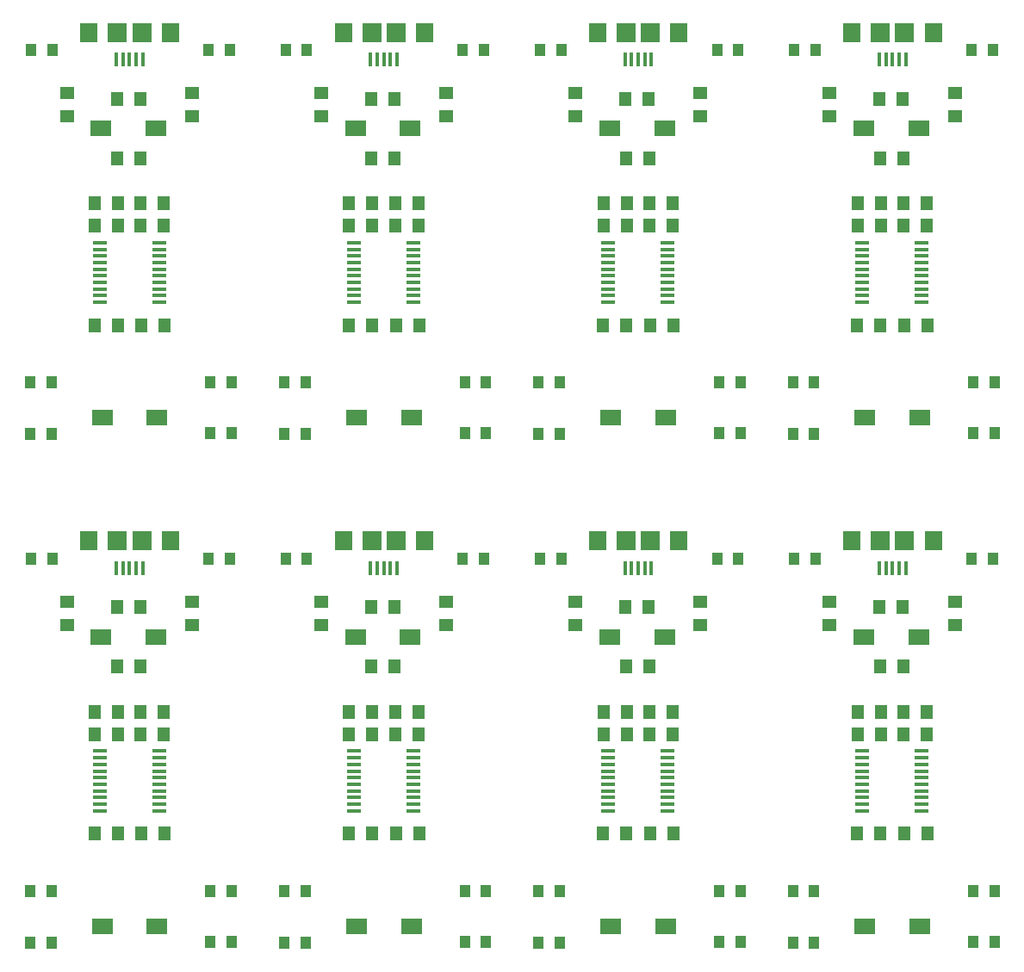
<source format=gtp>
G04*
G04 #@! TF.GenerationSoftware,Altium Limited,Altium Designer,18.1.6 (161)*
G04*
G04 Layer_Color=8421504*
%FSLAX25Y25*%
%MOIN*%
G70*
G01*
G75*
%ADD10R,0.05500X0.05000*%
%ADD11R,0.05000X0.05500*%
%ADD12R,0.05800X0.01400*%
%ADD13R,0.04331X0.04724*%
%ADD14R,0.07874X0.05906*%
%ADD15R,0.07480X0.07480*%
%ADD16R,0.07087X0.07480*%
%ADD17R,0.01575X0.05315*%
D10*
X24900Y156400D02*
D03*
Y165400D02*
D03*
X73300Y156400D02*
D03*
Y165400D02*
D03*
X123325Y156400D02*
D03*
Y165400D02*
D03*
X171725Y156400D02*
D03*
Y165400D02*
D03*
X221750Y156400D02*
D03*
Y165400D02*
D03*
X270150Y156400D02*
D03*
Y165400D02*
D03*
X320176Y156400D02*
D03*
Y165400D02*
D03*
X368576Y156400D02*
D03*
Y165400D02*
D03*
X24900Y353250D02*
D03*
Y362250D02*
D03*
X73300Y353250D02*
D03*
Y362250D02*
D03*
X123325Y353250D02*
D03*
Y362250D02*
D03*
X171725Y353250D02*
D03*
Y362250D02*
D03*
X221750Y353250D02*
D03*
Y362250D02*
D03*
X270150Y353250D02*
D03*
Y362250D02*
D03*
X320176Y353250D02*
D03*
Y362250D02*
D03*
X368576Y353250D02*
D03*
Y362250D02*
D03*
D11*
X44400Y140300D02*
D03*
X53400D02*
D03*
X62500Y122861D02*
D03*
X53500D02*
D03*
X62500Y114200D02*
D03*
X53500D02*
D03*
X35783Y122861D02*
D03*
X44783D02*
D03*
X35783Y114200D02*
D03*
X44783D02*
D03*
X62800Y75700D02*
D03*
X53800D02*
D03*
X35600D02*
D03*
X44600D02*
D03*
X53269Y163386D02*
D03*
X44269D02*
D03*
X142825Y140300D02*
D03*
X151825D02*
D03*
X160925Y122861D02*
D03*
X151925D02*
D03*
X160925Y114200D02*
D03*
X151925D02*
D03*
X134209Y122861D02*
D03*
X143209D02*
D03*
X134209Y114200D02*
D03*
X143209D02*
D03*
X161225Y75700D02*
D03*
X152225D02*
D03*
X134025D02*
D03*
X143025D02*
D03*
X151694Y163386D02*
D03*
X142694D02*
D03*
X241250Y140300D02*
D03*
X250250D02*
D03*
X259350Y122861D02*
D03*
X250350D02*
D03*
X259350Y114200D02*
D03*
X250350D02*
D03*
X232634Y122861D02*
D03*
X241634D02*
D03*
X232634Y114200D02*
D03*
X241634D02*
D03*
X259650Y75700D02*
D03*
X250650D02*
D03*
X232450D02*
D03*
X241450D02*
D03*
X250119Y163386D02*
D03*
X241119D02*
D03*
X339676Y140300D02*
D03*
X348676D02*
D03*
X357776Y122861D02*
D03*
X348776D02*
D03*
X357776Y114200D02*
D03*
X348776D02*
D03*
X331059Y122861D02*
D03*
X340059D02*
D03*
X331059Y114200D02*
D03*
X340059D02*
D03*
X358076Y75700D02*
D03*
X349076D02*
D03*
X330876D02*
D03*
X339876D02*
D03*
X348545Y163386D02*
D03*
X339545D02*
D03*
X44400Y337150D02*
D03*
X53400D02*
D03*
X62500Y319712D02*
D03*
X53500D02*
D03*
X62500Y311050D02*
D03*
X53500D02*
D03*
X35783Y319712D02*
D03*
X44783D02*
D03*
X35783Y311050D02*
D03*
X44783D02*
D03*
X62800Y272550D02*
D03*
X53800D02*
D03*
X35600D02*
D03*
X44600D02*
D03*
X53269Y360236D02*
D03*
X44269D02*
D03*
X142825Y337150D02*
D03*
X151825D02*
D03*
X160925Y319712D02*
D03*
X151925D02*
D03*
X160925Y311050D02*
D03*
X151925D02*
D03*
X134209Y319712D02*
D03*
X143209D02*
D03*
X134209Y311050D02*
D03*
X143209D02*
D03*
X161225Y272550D02*
D03*
X152225D02*
D03*
X134025D02*
D03*
X143025D02*
D03*
X151694Y360236D02*
D03*
X142694D02*
D03*
X241250Y337150D02*
D03*
X250250D02*
D03*
X259350Y319712D02*
D03*
X250350D02*
D03*
X259350Y311050D02*
D03*
X250350D02*
D03*
X232634Y319712D02*
D03*
X241634D02*
D03*
X232634Y311050D02*
D03*
X241634D02*
D03*
X259650Y272550D02*
D03*
X250650D02*
D03*
X232450D02*
D03*
X241450D02*
D03*
X250119Y360236D02*
D03*
X241119D02*
D03*
X339676Y337150D02*
D03*
X348676D02*
D03*
X357776Y319712D02*
D03*
X348776D02*
D03*
X357776Y311050D02*
D03*
X348776D02*
D03*
X331059Y319712D02*
D03*
X340059D02*
D03*
X331059Y311050D02*
D03*
X340059D02*
D03*
X358076Y272550D02*
D03*
X349076D02*
D03*
X330876D02*
D03*
X339876D02*
D03*
X348545Y360236D02*
D03*
X339545D02*
D03*
D12*
X60569Y84547D02*
D03*
Y87106D02*
D03*
Y89665D02*
D03*
Y92224D02*
D03*
Y94784D02*
D03*
Y97342D02*
D03*
Y99902D02*
D03*
Y102461D02*
D03*
Y105020D02*
D03*
Y107579D02*
D03*
X37569Y107579D02*
D03*
Y105020D02*
D03*
Y102461D02*
D03*
Y99902D02*
D03*
Y97342D02*
D03*
Y94784D02*
D03*
Y92224D02*
D03*
Y89665D02*
D03*
Y87106D02*
D03*
Y84547D02*
D03*
X158994Y84547D02*
D03*
Y87106D02*
D03*
Y89665D02*
D03*
Y92224D02*
D03*
Y94784D02*
D03*
Y97342D02*
D03*
Y99902D02*
D03*
Y102461D02*
D03*
Y105020D02*
D03*
Y107579D02*
D03*
X135994Y107579D02*
D03*
Y105020D02*
D03*
Y102461D02*
D03*
Y99902D02*
D03*
Y97342D02*
D03*
Y94784D02*
D03*
Y92224D02*
D03*
Y89665D02*
D03*
Y87106D02*
D03*
Y84547D02*
D03*
X257419Y84547D02*
D03*
Y87106D02*
D03*
Y89665D02*
D03*
Y92224D02*
D03*
Y94784D02*
D03*
Y97342D02*
D03*
Y99902D02*
D03*
Y102461D02*
D03*
Y105020D02*
D03*
Y107579D02*
D03*
X234419Y107579D02*
D03*
Y105020D02*
D03*
Y102461D02*
D03*
Y99902D02*
D03*
Y97342D02*
D03*
Y94784D02*
D03*
Y92224D02*
D03*
Y89665D02*
D03*
Y87106D02*
D03*
Y84547D02*
D03*
X355844Y84547D02*
D03*
Y87106D02*
D03*
Y89665D02*
D03*
Y92224D02*
D03*
Y94784D02*
D03*
Y97342D02*
D03*
Y99902D02*
D03*
Y102461D02*
D03*
Y105020D02*
D03*
Y107579D02*
D03*
X332844Y107579D02*
D03*
Y105020D02*
D03*
Y102461D02*
D03*
Y99902D02*
D03*
Y97342D02*
D03*
Y94784D02*
D03*
Y92224D02*
D03*
Y89665D02*
D03*
Y87106D02*
D03*
Y84547D02*
D03*
X60569Y281398D02*
D03*
Y283957D02*
D03*
Y286516D02*
D03*
Y289075D02*
D03*
Y291634D02*
D03*
Y294193D02*
D03*
Y296752D02*
D03*
Y299311D02*
D03*
Y301870D02*
D03*
Y304429D02*
D03*
X37569Y304429D02*
D03*
Y301870D02*
D03*
Y299311D02*
D03*
Y296752D02*
D03*
Y294193D02*
D03*
Y291634D02*
D03*
Y289075D02*
D03*
Y286516D02*
D03*
Y283957D02*
D03*
Y281398D02*
D03*
X158994Y281398D02*
D03*
Y283957D02*
D03*
Y286516D02*
D03*
Y289075D02*
D03*
Y291634D02*
D03*
Y294193D02*
D03*
Y296752D02*
D03*
Y299311D02*
D03*
Y301870D02*
D03*
Y304429D02*
D03*
X135994Y304429D02*
D03*
Y301870D02*
D03*
Y299311D02*
D03*
Y296752D02*
D03*
Y294193D02*
D03*
Y291634D02*
D03*
Y289075D02*
D03*
Y286516D02*
D03*
Y283957D02*
D03*
Y281398D02*
D03*
X257419Y281398D02*
D03*
Y283957D02*
D03*
Y286516D02*
D03*
Y289075D02*
D03*
Y291634D02*
D03*
Y294193D02*
D03*
Y296752D02*
D03*
Y299311D02*
D03*
Y301870D02*
D03*
Y304429D02*
D03*
X234419Y304429D02*
D03*
Y301870D02*
D03*
Y299311D02*
D03*
Y296752D02*
D03*
Y294193D02*
D03*
Y291634D02*
D03*
Y289075D02*
D03*
Y286516D02*
D03*
Y283957D02*
D03*
Y281398D02*
D03*
X355844Y281398D02*
D03*
Y283957D02*
D03*
Y286516D02*
D03*
Y289075D02*
D03*
Y291634D02*
D03*
Y294193D02*
D03*
Y296752D02*
D03*
Y299311D02*
D03*
Y301870D02*
D03*
Y304429D02*
D03*
X332844Y304429D02*
D03*
Y301870D02*
D03*
Y299311D02*
D03*
Y296752D02*
D03*
Y294193D02*
D03*
Y291634D02*
D03*
Y289075D02*
D03*
Y286516D02*
D03*
Y283957D02*
D03*
Y281398D02*
D03*
D13*
X80466Y53500D02*
D03*
X88734D02*
D03*
X80466Y33800D02*
D03*
X88734D02*
D03*
X18934Y53500D02*
D03*
X10666D02*
D03*
X18934Y33400D02*
D03*
X10666D02*
D03*
X79766Y182100D02*
D03*
X88034D02*
D03*
X19408Y182059D02*
D03*
X11140D02*
D03*
X178891Y53500D02*
D03*
X187159D02*
D03*
X178891Y33800D02*
D03*
X187159D02*
D03*
X117359Y53500D02*
D03*
X109091D02*
D03*
X117359Y33400D02*
D03*
X109091D02*
D03*
X178191Y182100D02*
D03*
X186459D02*
D03*
X117833Y182059D02*
D03*
X109565D02*
D03*
X277316Y53500D02*
D03*
X285584D02*
D03*
X277316Y33800D02*
D03*
X285584D02*
D03*
X215784Y53500D02*
D03*
X207517D02*
D03*
X215784Y33400D02*
D03*
X207517D02*
D03*
X276617Y182100D02*
D03*
X284884D02*
D03*
X216258Y182059D02*
D03*
X207990D02*
D03*
X375742Y53500D02*
D03*
X384010D02*
D03*
X375742Y33800D02*
D03*
X384010D02*
D03*
X314210Y53500D02*
D03*
X305942D02*
D03*
X314210Y33400D02*
D03*
X305942D02*
D03*
X375042Y182100D02*
D03*
X383310D02*
D03*
X314683Y182059D02*
D03*
X306415D02*
D03*
X80466Y250350D02*
D03*
X88734D02*
D03*
X80466Y230650D02*
D03*
X88734D02*
D03*
X18934Y250350D02*
D03*
X10666D02*
D03*
X18934Y230250D02*
D03*
X10666D02*
D03*
X79766Y378950D02*
D03*
X88034D02*
D03*
X19408Y378909D02*
D03*
X11140D02*
D03*
X178891Y250350D02*
D03*
X187159D02*
D03*
X178891Y230650D02*
D03*
X187159D02*
D03*
X117359Y250350D02*
D03*
X109091D02*
D03*
X117359Y230250D02*
D03*
X109091D02*
D03*
X178191Y378950D02*
D03*
X186459D02*
D03*
X117833Y378909D02*
D03*
X109565D02*
D03*
X277316Y250350D02*
D03*
X285584D02*
D03*
X277316Y230650D02*
D03*
X285584D02*
D03*
X215784Y250350D02*
D03*
X207517D02*
D03*
X215784Y230250D02*
D03*
X207517D02*
D03*
X276617Y378950D02*
D03*
X284884D02*
D03*
X216258Y378909D02*
D03*
X207990D02*
D03*
X375742Y250350D02*
D03*
X384010D02*
D03*
X375742Y230650D02*
D03*
X384010D02*
D03*
X314210Y250350D02*
D03*
X305942D02*
D03*
X314210Y230250D02*
D03*
X305942D02*
D03*
X375042Y378950D02*
D03*
X383310D02*
D03*
X314683Y378909D02*
D03*
X306415D02*
D03*
D14*
X59842Y39764D02*
D03*
X38583D02*
D03*
X38170Y151900D02*
D03*
X59430D02*
D03*
X158268Y39764D02*
D03*
X137008D02*
D03*
X136595Y151900D02*
D03*
X157855D02*
D03*
X256693Y39764D02*
D03*
X235433D02*
D03*
X235020Y151900D02*
D03*
X256280D02*
D03*
X355118Y39764D02*
D03*
X333858D02*
D03*
X333446Y151900D02*
D03*
X354706D02*
D03*
X59842Y236614D02*
D03*
X38583D02*
D03*
X38170Y348750D02*
D03*
X59430D02*
D03*
X158268Y236614D02*
D03*
X137008D02*
D03*
X136595Y348750D02*
D03*
X157855D02*
D03*
X256693Y236614D02*
D03*
X235433D02*
D03*
X235020Y348750D02*
D03*
X256280D02*
D03*
X355118Y236614D02*
D03*
X333858D02*
D03*
X333446Y348750D02*
D03*
X354706D02*
D03*
D15*
X53937Y188976D02*
D03*
X44488D02*
D03*
X152362D02*
D03*
X142913D02*
D03*
X250787D02*
D03*
X241339D02*
D03*
X349213D02*
D03*
X339764D02*
D03*
X53937Y385827D02*
D03*
X44488D02*
D03*
X152362D02*
D03*
X142913D02*
D03*
X250787D02*
D03*
X241339D02*
D03*
X349213D02*
D03*
X339764D02*
D03*
D16*
X64961Y188976D02*
D03*
X33465D02*
D03*
X163386D02*
D03*
X131890D02*
D03*
X261811D02*
D03*
X230315D02*
D03*
X360236D02*
D03*
X328740D02*
D03*
X64961Y385827D02*
D03*
X33465D02*
D03*
X163386D02*
D03*
X131890D02*
D03*
X261811D02*
D03*
X230315D02*
D03*
X360236D02*
D03*
X328740D02*
D03*
D17*
X54331Y178445D02*
D03*
X44094D02*
D03*
X51772D02*
D03*
X49213D02*
D03*
X46654D02*
D03*
X152756D02*
D03*
X142520D02*
D03*
X150197D02*
D03*
X147638D02*
D03*
X145079D02*
D03*
X251181D02*
D03*
X240945D02*
D03*
X248622D02*
D03*
X246063D02*
D03*
X243504D02*
D03*
X349606D02*
D03*
X339370D02*
D03*
X347047D02*
D03*
X344488D02*
D03*
X341929D02*
D03*
X54331Y375295D02*
D03*
X44094D02*
D03*
X51772D02*
D03*
X49213D02*
D03*
X46654D02*
D03*
X152756D02*
D03*
X142520D02*
D03*
X150197D02*
D03*
X147638D02*
D03*
X145079D02*
D03*
X251181D02*
D03*
X240945D02*
D03*
X248622D02*
D03*
X246063D02*
D03*
X243504D02*
D03*
X349606D02*
D03*
X339370D02*
D03*
X347047D02*
D03*
X344488D02*
D03*
X341929D02*
D03*
M02*

</source>
